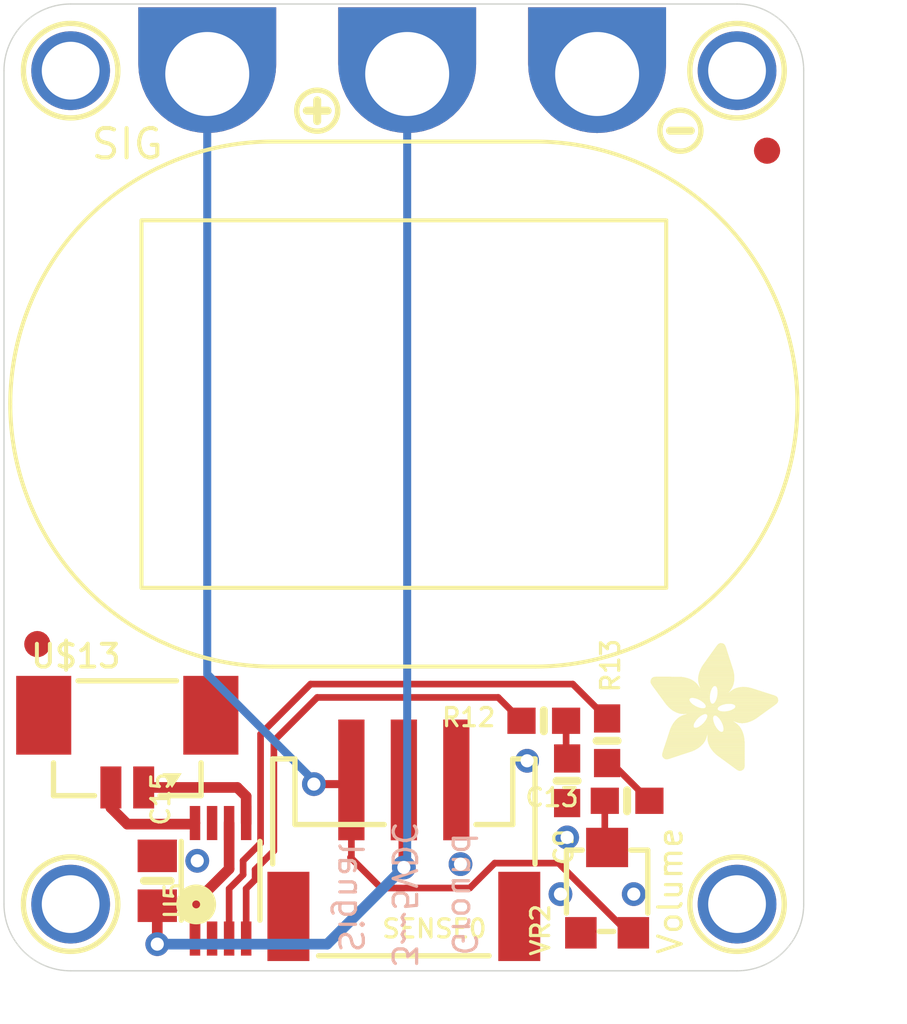
<source format=kicad_pcb>
(kicad_pcb (version 20211014) (generator pcbnew)
  (layers (0 "F.Cu" signal) (31 "B.Cu" signal) (34 "B.Paste" user) (35 "F.Paste" user) (36 "B.SilkS" user "B.Silkscreen") (37 "F.SilkS" user "F.Silkscreen") (38 "B.Mask" user) (39 "F.Mask" user) (44 "Edge.Cuts" user))
  (net 0 "")
  (net 1 "GND")
  (net 2 "SIG")
  (net 3 "N$19")
  (net 4 "N$20")
  (net 5 "N$21")
  (net 6 "N$22")
  (net 7 "N$23")
  (net 8 "SPKR+")
  (net 9 "SPKR-")
  (net 10 "VDD")
  (footprint "boardEagle:SPEAKER_OVAL8OHM" (layer "F.Cu") (at 148.5011 101.8286 180)
    (fp_text reference "U$1" hide)
    (fp_text value "" hide)
  )
  (footprint "boardEagle:0805-NO" (layer "F.Cu") (at 139.1031 119.9896 90)
    (fp_text reference "C15" (at 2.032 0.127 90) (layer "F.SilkS") (effects (font (size 0.692831 0.692831) (thickness 0.119969)) (justify left)))
    (fp_text value "10uF")
    (pad "1" smd rect (at -0.95 0 90) (size 1.24 1.5) (layers "F.Cu" "F.Paste" "F.Mask") (net 10 "VDD"))
    (pad "2" smd rect (at 0.95 0 90) (size 1.24 1.5) (layers "F.Cu" "F.Paste" "F.Mask") (net 1 "GND"))
  )
  (footprint "boardEagle:SYMBOL_PLUS" (layer "F.Cu") (at 145.1991 90.6526)
    (fp_text reference "U$6" hide)
    (fp_text value "" hide)
  )
  (footprint "boardEagle:MOUNTINGHOLE_2.0_PLATED" (layer "F.Cu") (at 161.2011 120.8786)
    (fp_text reference "U$9" hide)
    (fp_text value "MOUNTINGHOLE2.0" hide)
    (pad "P$1" thru_hole circle (at 0 0) (size 3 3) (drill 2.2) (layers *.Cu *.Mask))
  )
  (footprint "boardEagle:FIDUCIAL_1MM" (layer "F.Cu") (at 162.3441 92.1766 90)
    (fp_text reference "FID1" hide)
    (fp_text value "FIDUCIAL_1MM" hide)
    (pad "1" smd roundrect (at 0 0 90) (size 1 1) (layers "F.Cu" "F.Mask") (roundrect_rratio 0.5))
  )
  (footprint "boardEagle:0603-NO" (layer "F.Cu") (at 156.2481 114.6556 90)
    (fp_text reference "R13" (at 1.778 0.127 90) (layer "F.SilkS") (effects (font (size 0.692831 0.692831) (thickness 0.119969)) (justify left)))
    (fp_text value "100")
    (pad "1" smd rect (at -0.85 0 90) (size 1.075 1) (layers "F.Cu" "F.Paste" "F.Mask") (net 6 "N$22"))
    (pad "2" smd rect (at 0.85 0 90) (size 1.075 1) (layers "F.Cu" "F.Paste" "F.Mask") (net 4 "N$20"))
  )
  (footprint "boardEagle:SYMBOL_MINUS" (layer "F.Cu") (at 159.0421 91.4146)
    (fp_text reference "U$5" hide)
    (fp_text value "" hide)
  )
  (footprint "boardEagle:0603-NO" (layer "F.Cu") (at 153.8351 113.8936 180)
    (fp_text reference "R12" (at 1.778 0.127) (layer "F.SilkS") (effects (font (size 0.692831 0.692831) (thickness 0.119969)) (justify right)))
    (fp_text value "100")
    (pad "1" smd rect (at -0.85 0 180) (size 1.075 1) (layers "F.Cu" "F.Paste" "F.Mask") (net 5 "N$21"))
    (pad "2" smd rect (at 0.85 0 180) (size 1.075 1) (layers "F.Cu" "F.Paste" "F.Mask") (net 3 "N$19"))
  )
  (footprint "boardEagle:0603-NO" (layer "F.Cu") (at 157.0101 116.9416 180)
    (fp_text reference "C13" (at 1.778 0.127) (layer "F.SilkS") (effects (font (size 0.692831 0.692831) (thickness 0.119969)) (justify right)))
    (fp_text value "1uF")
    (pad "1" smd rect (at -0.85 0 180) (size 1.075 1) (layers "F.Cu" "F.Paste" "F.Mask") (net 6 "N$22"))
    (pad "2" smd rect (at 0.85 0 180) (size 1.075 1) (layers "F.Cu" "F.Paste" "F.Mask") (net 7 "N$23"))
  )
  (footprint "boardEagle:JSTPH3" (layer "F.Cu") (at 148.5011 118.8466 180)
    (fp_text reference "SENSE0" (at -3.2225 -2.9685) (layer "F.SilkS") (effects (font (size 0.692831 0.692831) (thickness 0.119969)) (justify right)))
    (fp_text value "JST PH 3")
    (pad "1" smd rect (at -2 2.7 180) (size 1 4.6) (layers "F.Cu" "F.Paste" "F.Mask") (net 1 "GND"))
    (pad "2" smd rect (at 0 2.7 180) (size 1 4.6) (layers "F.Cu" "F.Paste" "F.Mask") (net 10 "VDD"))
    (pad "3" smd rect (at 2 2.7 180) (size 1 4.6) (layers "F.Cu" "F.Paste" "F.Mask") (net 2 "SIG"))
    (pad "NC1" smd rect (at -4.4 -2.5 270) (size 3.4 1.6) (layers "F.Cu" "F.Paste" "F.Mask"))
    (pad "NC2" smd rect (at 4.4 -2.5 270) (size 3.4 1.6) (layers "F.Cu" "F.Paste" "F.Mask"))
  )
  (footprint "boardEagle:PCB_ALLI" (layer "F.Cu") (at 141.0081 89.7636)
    (fp_text reference "TP3" hide)
    (fp_text value "SEWTAPPCB_ALLIGATOR" hide)
    (fp_poly (pts (xy 2.6289 -0.886314) (xy 2.609894 -0.572102) (xy 2.552666 -0.259824) (xy 2.458216 0.043278) (xy 2.327919 0.332786) (xy 2.163676 0.604477) (xy 1.967881 0.854391) (xy 1.743391 1.078881) (xy 1.493477 1.274676) (xy 1.221786 1.438919) (xy 0.932278 1.569216) (xy 0.629176 1.663666) (xy 0.316898 1.720894) (xy 0 1.740062) (xy -0.316898 1.720894) (xy -0.629176 1.663666) (xy -0.932278 1.569216) (xy -1.221786 1.438919) (xy -1.493477 1.274676) (xy -1.743391 1.078881) (xy -1.967881 0.854391) (xy -2.163676 0.604477) (xy -2.327919 0.332786) (xy -2.458216 0.043278) (xy -2.552666 -0.259824) (xy -2.609894 -0.572102) (xy -2.6289 -0.886314) (xy -2.6289 -3.0479) (xy 2.6289 -3.0479)) (layer "F.Cu") (width 0) (fill solid))
    (fp_poly (pts (xy 2.6289 -0.886314) (xy 2.609894 -0.572102) (xy 2.552666 -0.259824) (xy 2.458216 0.043278) (xy 2.327919 0.332786) (xy 2.163676 0.604477) (xy 1.967881 0.854391) (xy 1.743391 1.078881) (xy 1.493477 1.274676) (xy 1.221786 1.438919) (xy 0.932278 1.569216) (xy 0.629176 1.663666) (xy 0.316898 1.720894) (xy 0 1.740062) (xy -0.316898 1.720894) (xy -0.629176 1.663666) (xy -0.932278 1.569216) (xy -1.221786 1.438919) (xy -1.493477 1.274676) (xy -1.743391 1.078881) (xy -1.967881 0.854391) (xy -2.163676 0.604477) (xy -2.327919 0.332786) (xy -2.458216 0.043278) (xy -2.552666 -0.259824) (xy -2.609894 -0.572102) (xy -2.6289 -0.886314) (xy -2.6289 -3.0479) (xy 2.6289 -3.0479)) (layer "B.Cu") (width 0) (fill solid))
    (pad "P$1" thru_hole circle (at 0 -0.508) (size 4.216 4.216) (drill 3.2) (layers *.Cu *.Mask) (net 2 "SIG"))
  )
  (footprint "boardEagle:53398-0271" (layer "F.Cu") (at 137.9601 115.1636)
    (fp_text reference "U$13" (at -3.75 -3.73) (layer "F.SilkS") (effects (font (size 0.866038 0.866038) (thickness 0.149962)) (justify left)))
    (fp_text value "CON_MOLEX_2P")
    (pad "1" smd rect (at 0.625 1.27 180) (size 0.8 1.6) (layers "F.Cu" "F.Paste" "F.Mask") (net 8 "SPKR+"))
    (pad "2" smd rect (at -0.625 1.27 180) (size 0.8 1.6) (layers "F.Cu" "F.Paste" "F.Mask") (net 9 "SPKR-"))
    (pad "M1" smd rect (at 3.185 -1.48 270) (size 3 2.1) (layers "F.Cu" "F.Paste" "F.Mask"))
    (pad "M2" smd rect (at -3.185 -1.48 270) (size 3 2.1) (layers "F.Cu" "F.Paste" "F.Mask"))
  )
  (footprint "boardEagle:0603-NO" (layer "F.Cu") (at 154.7241 116.1796 -90)
    (fp_text reference "C9" (at 1.778 0.127 90) (layer "F.SilkS") (effects (font (size 0.692831 0.692831) (thickness 0.119969)) (justify right)))
    (fp_text value "1uF")
    (pad "1" smd rect (at -0.85 0 270) (size 1.075 1) (layers "F.Cu" "F.Paste" "F.Mask") (net 5 "N$21"))
    (pad "2" smd rect (at 0.85 0 270) (size 1.075 1) (layers "F.Cu" "F.Paste" "F.Mask") (net 1 "GND"))
  )
  (footprint "boardEagle:MOUNTINGHOLE_2.0_PLATED" (layer "F.Cu") (at 161.2011 89.1286 90)
    (fp_text reference "U$10" hide)
    (fp_text value "MOUNTINGHOLE2.0" hide)
    (pad "P$1" thru_hole circle (at 0 0 90) (size 3 3) (drill 2.2) (layers *.Cu *.Mask))
  )
  (footprint "boardEagle:PCB_ALLI" (layer "F.Cu") (at 155.8671 89.7636)
    (fp_text reference "TP1" hide)
    (fp_text value "SEWTAPPCB_ALLIGATOR" hide)
    (fp_poly (pts (xy 2.6289 -0.886314) (xy 2.609894 -0.572102) (xy 2.552666 -0.259824) (xy 2.458216 0.043278) (xy 2.327919 0.332786) (xy 2.163676 0.604477) (xy 1.967881 0.854391) (xy 1.743391 1.078881) (xy 1.493477 1.274676) (xy 1.221786 1.438919) (xy 0.932278 1.569216) (xy 0.629176 1.663666) (xy 0.316898 1.720894) (xy 0 1.740062) (xy -0.316898 1.720894) (xy -0.629176 1.663666) (xy -0.932278 1.569216) (xy -1.221786 1.438919) (xy -1.493477 1.274676) (xy -1.743391 1.078881) (xy -1.967881 0.854391) (xy -2.163676 0.604477) (xy -2.327919 0.332786) (xy -2.458216 0.043278) (xy -2.552666 -0.259824) (xy -2.609894 -0.572102) (xy -2.6289 -0.886314) (xy -2.6289 -3.0479) (xy 2.6289 -3.0479)) (layer "F.Cu") (width 0) (fill solid))
    (fp_poly (pts (xy 2.6289 -0.886314) (xy 2.609894 -0.572102) (xy 2.552666 -0.259824) (xy 2.458216 0.043278) (xy 2.327919 0.332786) (xy 2.163676 0.604477) (xy 1.967881 0.854391) (xy 1.743391 1.078881) (xy 1.493477 1.274676) (xy 1.221786 1.438919) (xy 0.932278 1.569216) (xy 0.629176 1.663666) (xy 0.316898 1.720894) (xy 0 1.740062) (xy -0.316898 1.720894) (xy -0.629176 1.663666) (xy -0.932278 1.569216) (xy -1.221786 1.438919) (xy -1.493477 1.274676) (xy -1.743391 1.078881) (xy -1.967881 0.854391) (xy -2.163676 0.604477) (xy -2.327919 0.332786) (xy -2.458216 0.043278) (xy -2.552666 -0.259824) (xy -2.609894 -0.572102) (xy -2.6289 -0.886314) (xy -2.6289 -3.0479) (xy 2.6289 -3.0479)) (layer "B.Cu") (width 0) (fill solid))
    (pad "P$1" thru_hole circle (at 0 -0.508) (size 4.216 4.216) (drill 3.2) (layers *.Cu *.Mask) (net 1 "GND"))
  )
  (footprint "boardEagle:MOUNTINGHOLE_2.0_PLATED" (layer "F.Cu") (at 135.8011 120.8786)
    (fp_text reference "U$12" hide)
    (fp_text value "MOUNTINGHOLE2.0" hide)
    (pad "P$1" thru_hole circle (at 0 0) (size 3 3) (drill 2.2) (layers *.Cu *.Mask))
  )
  (footprint "boardEagle:PCB_ALLI" (layer "F.Cu") (at 148.6281 89.7636)
    (fp_text reference "TP2" hide)
    (fp_text value "SEWTAPPCB_ALLIGATOR" hide)
    (fp_poly (pts (xy 2.6289 -0.886314) (xy 2.609894 -0.572102) (xy 2.552666 -0.259824) (xy 2.458216 0.043278) (xy 2.327919 0.332786) (xy 2.163676 0.604477) (xy 1.967881 0.854391) (xy 1.743391 1.078881) (xy 1.493477 1.274676) (xy 1.221786 1.438919) (xy 0.932278 1.569216) (xy 0.629176 1.663666) (xy 0.316898 1.720894) (xy 0 1.740062) (xy -0.316898 1.720894) (xy -0.629176 1.663666) (xy -0.932278 1.569216) (xy -1.221786 1.438919) (xy -1.493477 1.274676) (xy -1.743391 1.078881) (xy -1.967881 0.854391) (xy -2.163676 0.604477) (xy -2.327919 0.332786) (xy -2.458216 0.043278) (xy -2.552666 -0.259824) (xy -2.609894 -0.572102) (xy -2.6289 -0.886314) (xy -2.6289 -3.0479) (xy 2.6289 -3.0479)) (layer "F.Cu") (width 0) (fill solid))
    (fp_poly (pts (xy 2.6289 -0.886314) (xy 2.609894 -0.572102) (xy 2.552666 -0.259824) (xy 2.458216 0.043278) (xy 2.327919 0.332786) (xy 2.163676 0.604477) (xy 1.967881 0.854391) (xy 1.743391 1.078881) (xy 1.493477 1.274676) (xy 1.221786 1.438919) (xy 0.932278 1.569216) (xy 0.629176 1.663666) (xy 0.316898 1.720894) (xy 0 1.740062) (xy -0.316898 1.720894) (xy -0.629176 1.663666) (xy -0.932278 1.569216) (xy -1.221786 1.438919) (xy -1.493477 1.274676) (xy -1.743391 1.078881) (xy -1.967881 0.854391) (xy -2.163676 0.604477) (xy -2.327919 0.332786) (xy -2.458216 0.043278) (xy -2.552666 -0.259824) (xy -2.609894 -0.572102) (xy -2.6289 -0.886314) (xy -2.6289 -3.0479) (xy 2.6289 -3.0479)) (layer "B.Cu") (width 0) (fill solid))
    (pad "P$1" thru_hole circle (at 0 -0.508) (size 4.216 4.216) (drill 3.2) (layers *.Cu *.Mask) (net 10 "VDD"))
  )
  (footprint "boardEagle:ADAFRUIT_5MM" (layer "F.Cu") (at 157.8991 115.7986)
    (fp_text reference "U$3" hide)
    (fp_text value "" hide)
  )
  (footprint "boardEagle:MOUNTINGHOLE_2.0_PLATED" (layer "F.Cu") (at 135.8011 89.1286 90)
    (fp_text reference "U$11" hide)
    (fp_text value "MOUNTINGHOLE2.0" hide)
    (pad "P$1" thru_hole circle (at 0 0 90) (size 3 3) (drill 2.2) (layers *.Cu *.Mask))
  )
  (footprint "boardEagle:FIDUCIAL_1MM" (layer "F.Cu") (at 134.5311 110.9726 90)
    (fp_text reference "FID2" hide)
    (fp_text value "FIDUCIAL_1MM" hide)
    (pad "1" smd roundrect (at 0 0 90) (size 1 1) (layers "F.Cu" "F.Mask") (roundrect_rratio 0.5))
  )
  (footprint "boardEagle:TRIMPOT_BOURNS_3303W" (layer "F.Cu") (at 156.2481 120.3706)
    (fp_text reference "VR2" (at -2.54 2.54 90) (layer "F.SilkS") (effects (font (size 0.692831 0.692831) (thickness 0.119969)) (justify left)))
    (fp_text value "10K trim")
    (pad "1" smd rect (at -1 1.6 90) (size 1.2 1.2) (layers "F.Cu" "F.Paste" "F.Mask") (net 1 "GND"))
    (pad "2" smd rect (at 0 -1.65) (size 1.6 1.5) (layers "F.Cu" "F.Paste" "F.Mask") (net 7 "N$23"))
    (pad "3" smd rect (at 1 1.6 90) (size 1.2 1.2) (layers "F.Cu" "F.Paste" "F.Mask") (net 2 "SIG"))
  )
  (footprint "boardEagle:MSOP8_0.65MM" (layer "F.Cu") (at 141.5161 119.9896)
    (fp_text reference "U5" (at -1.778 1.524 90) (layer "F.SilkS") (effects (font (size 0.692831 0.692831) (thickness 0.119969)) (justify left)))
    (fp_text value "PAM8302AASCR")
    (pad "1" smd rect (at -0.975 2.2 90) (size 1.3 0.4) (layers "F.Cu" "F.Paste" "F.Mask") (net 10 "VDD"))
    (pad "2" smd rect (at -0.325 2.2 90) (size 1.3 0.4) (layers "F.Cu" "F.Paste" "F.Mask"))
    (pad "3" smd rect (at 0.325 2.2 90) (size 1.3 0.4) (layers "F.Cu" "F.Paste" "F.Mask") (net 4 "N$20"))
    (pad "4" smd rect (at 0.975 2.2 90) (size 1.3 0.4) (layers "F.Cu" "F.Paste" "F.Mask") (net 3 "N$19"))
    (pad "5" smd rect (at 0.975 -2.2 90) (size 1.3 0.4) (layers "F.Cu" "F.Paste" "F.Mask") (net 8 "SPKR+"))
    (pad "6" smd rect (at 0.325 -2.2 90) (size 1.3 0.4) (layers "F.Cu" "F.Paste" "F.Mask") (net 10 "VDD"))
    (pad "7" smd rect (at -0.325 -2.2 90) (size 1.3 0.4) (layers "F.Cu" "F.Paste" "F.Mask") (net 1 "GND"))
    (pad "8" smd rect (at -0.975 -2.2 90) (size 1.3 0.4) (layers "F.Cu" "F.Paste" "F.Mask") (net 9 "SPKR-"))
  )
  (footprint "boardEagle:STEMMA_SPEAKER" (layer "B.Cu") (at 163.7411 123.0376 180)
    (fp_text reference "U$4" hide)
    (fp_text value "" hide)
  )
  (gr_arc (start 163.741099 120.8786) (mid 162.997183 122.674683) (end 161.2011 123.4186) (layer "Edge.Cuts") (width 0.05))
  (gr_line (start 161.2011 86.5886) (end 135.8011 86.5886) (layer "Edge.Cuts") (width 0.05))
  (gr_arc (start 133.2611 89.1286) (mid 134.005049 87.332549) (end 135.8011 86.5886) (layer "Edge.Cuts") (width 0.05))
  (gr_line (start 163.7411 120.8786) (end 163.7411 89.1286) (layer "Edge.Cuts") (width 0.05))
  (gr_line (start 135.8011 123.4186) (end 161.2011 123.4186) (layer "Edge.Cuts") (width 0.05))
  (gr_arc (start 161.2011 86.5886) (mid 162.997151 87.332549) (end 163.7411 89.1286) (layer "Edge.Cuts") (width 0.05))
  (gr_arc (start 135.8011 123.4186) (mid 134.004798 122.674902) (end 133.2611 120.8786) (layer "Edge.Cuts") (width 0.05))
  (gr_line (start 133.2611 89.1286) (end 133.2611 120.8786) (layer "Edge.Cuts") (width 0.05))
  (gr_text "3~~5VDC" (at 148.5011 120.4976 -90) (layer "B.SilkS") (effects (font (size 0.89408 0.89408) (thickness 0.12192)) (justify mirror)))
  (gr_text "Signal" (at 146.4691 120.6246 -90) (layer "B.SilkS") (effects (font (size 0.89408 0.89408) (thickness 0.12192)) (justify mirror)))
  (gr_text "Ground" (at 150.7871 120.4976 -90) (layer "B.SilkS") (effects (font (size 0.89408 0.89408) (thickness 0.12192)) (justify mirror)))
  (gr_text "SIG" (at 137.9601 91.9226) (layer "F.SilkS") (effects (font (size 1.1176 1.1176) (thickness 0.1524))))
  (gr_text "Volume" (at 158.6611 120.3706 90) (layer "F.SilkS") (effects (font (size 0.89408 0.89408) (thickness 0.12192))))
  (via (at 154.7241 118.3386) (size 0.9064) (drill 0.5) (layers "F.Cu" "B.Cu") (net 1))
  (via (at 153.2001 115.4176) (size 0.9064) (drill 0.5) (layers "F.Cu" "B.Cu") (net 1))
  (via (at 154.4701 120.4976) (size 0.9064) (drill 0.5) (layers "F.Cu" "B.Cu") (net 1))
  (via (at 150.6601 119.3546) (size 0.9064) (drill 0.5) (layers "F.Cu" "B.Cu") (net 1))
  (via (at 140.6271 119.2276) (size 0.9064) (drill 0.5) (layers "F.Cu" "B.Cu") (net 1))
  (via (at 157.2641 120.4976) (size 0.9064) (drill 0.5) (layers "F.Cu" "B.Cu") (net 1))
  (segment (start 146.5011 116.3066) (end 146.5011 116.1466) (width 0.254) (layer "F.Cu") (net 2))
  (segment (start 154.3968 119.3164) (end 151.964325 119.3164) (width 0.254) (layer "F.Cu") (net 2))
  (segment (start 151.964325 119.3164) (end 151.015725 120.265) (width 0.254) (layer "F.Cu") (net 2))
  (segment (start 157.051 121.9706) (end 154.3968 119.3164) (width 0.254) (layer "F.Cu") (net 2))
  (segment (start 145.0721 116.3066) (end 146.5011 116.3066) (width 0.3048) (layer "F.Cu") (net 2))
  (segment (start 151.015725 120.265) (end 147.6335 120.265) (width 0.254) (layer "F.Cu") (net 2))
  (segment (start 146.4691 119.1006) (end 146.5011 119.0686) (width 0.254) (layer "F.Cu") (net 2))
  (segment (start 147.6335 120.265) (end 146.4691 119.1006) (width 0.254) (layer "F.Cu") (net 2))
  (segment (start 157.2481 121.9706) (end 157.051 121.9706) (width 0.254) (layer "F.Cu") (net 2))
  (segment (start 146.5011 119.0686) (end 146.5011 116.3066) (width 0.254) (layer "F.Cu") (net 2))
  (via (at 145.0721 116.3066) (size 0.9064) (drill 0.5) (layers "F.Cu" "B.Cu") (net 2))
  (segment (start 141.0081 112.1156) (end 145.1991 116.3066) (width 0.3048) (layer "B.Cu") (net 2))
  (segment (start 145.1991 116.3066) (end 145.0721 116.3066) (width 0.3048) (layer "B.Cu") (net 2))
  (segment (start 141.0081 89.2556) (end 141.0081 112.1156) (width 0.3048) (layer "B.Cu") (net 2))
  (segment (start 143.5481 114.6556) (end 145.1991 113.0046) (width 0.254) (layer "F.Cu") (net 3))
  (segment (start 142.8317 119.563) (end 143.5481 118.8466) (width 0.254) (layer "F.Cu") (net 3))
  (segment (start 142.8317 119.947925) (end 142.8317 119.563) (width 0.254) (layer "F.Cu") (net 3))
  (segment (start 152.9851 113.8936) (end 152.0961 113.0046) (width 0.254) (layer "F.Cu") (net 3))
  (segment (start 142.4911 120.288525) (end 142.8317 119.947925) (width 0.254) (layer "F.Cu") (net 3))
  (segment (start 152.0961 113.0046) (end 145.1991 113.0046) (width 0.254) (layer "F.Cu") (net 3))
  (segment (start 142.4911 122.1896) (end 142.4911 120.288525) (width 0.254) (layer "F.Cu") (net 3))
  (segment (start 143.5481 118.8466) (end 143.5481 114.6556) (width 0.254) (layer "F.Cu") (net 3))
  (segment (start 143.0401 118.557575) (end 143.0401 114.4016) (width 0.254) (layer "F.Cu") (net 4))
  (segment (start 143.0401 118.557575) (end 142.3745 119.223175) (width 0.254) (layer "F.Cu") (net 4))
  (segment (start 143.0401 114.4016) (end 144.9451 112.4966) (width 0.254) (layer "F.Cu") (net 4))
  (segment (start 154.9391 112.4966) (end 156.2481 113.8056) (width 0.254) (layer "F.Cu") (net 4))
  (segment (start 154.9391 112.4966) (end 144.9451 112.4966) (width 0.254) (layer "F.Cu") (net 4))
  (segment (start 142.3745 119.758544) (end 142.3745 119.223175) (width 0.254) (layer "F.Cu") (net 4))
  (segment (start 141.8411 122.1896) (end 141.8411 120.291944) (width 0.254) (layer "F.Cu") (net 4))
  (segment (start 141.8411 120.291944) (end 142.3745 119.758544) (width 0.254) (layer "F.Cu") (net 4))
  (segment (start 154.6851 115.2906) (end 154.7241 115.3296) (width 0.254) (layer "F.Cu") (net 5))
  (segment (start 154.6851 113.8936) (end 154.6851 115.2906) (width 0.254) (layer "F.Cu") (net 5))
  (segment (start 156.4241 115.5056) (end 157.8601 116.9416) (width 0.254) (layer "F.Cu") (net 6))
  (segment (start 156.2481 115.5056) (end 156.4241 115.5056) (width 0.254) (layer "F.Cu") (net 6))
  (segment (start 156.1601 118.6326) (end 156.2481 118.7206) (width 0.254) (layer "F.Cu") (net 7))
  (segment (start 156.1601 116.9416) (end 156.1601 118.6326) (width 0.254) (layer "F.Cu") (net 7))
  (segment (start 138.5851 116.4336) (end 142.1511 116.4336) (width 0.4064) (layer "F.Cu") (net 8))
  (segment (start 142.4911 116.7736) (end 142.4911 117.7896) (width 0.4064) (layer "F.Cu") (net 8))
  (segment (start 142.1511 116.4336) (end 142.4911 116.7736) (width 0.4064) (layer "F.Cu") (net 8))
  (segment (start 140.5001 117.8306) (end 140.5411 117.7896) (width 0.4064) (layer "F.Cu") (net 9))
  (segment (start 137.9601 117.8306) (end 140.5001 117.8306) (width 0.4064) (layer "F.Cu") (net 9))
  (segment (start 137.3351 116.4336) (end 137.3351 117.2056) (width 0.4064) (layer "F.Cu") (net 9))
  (segment (start 137.3351 117.2056) (end 137.9601 117.8306) (width 0.4064) (layer "F.Cu") (net 9))
  (segment (start 140.5411 120.8376) (end 140.5411 122.1896) (width 0.4064) (layer "F.Cu") (net 10))
  (segment (start 139.1031 120.9396) (end 140.4391 120.9396) (width 0.4064) (layer "F.Cu") (net 10))
  (segment (start 140.4391 120.9396) (end 140.5411 120.8376) (width 0.4064) (layer "F.Cu") (net 10))
  (segment (start 148.5011 119.4816) (end 148.5011 116.1466) (width 0.4064) (layer "F.Cu") (net 10))
  (segment (start 141.8411 117.7896) (end 141.8411 119.5376) (width 0.4064) (layer "F.Cu") (net 10))
  (segment (start 139.1031 120.9396) (end 139.1031 122.4026) (width 0.4064) (layer "F.Cu") (net 10))
  (segment (start 141.8411 119.5376) (end 140.5411 120.8376) (width 0.4064) (layer "F.Cu") (net 10))
  (via (at 139.1031 122.4026) (size 0.9064) (drill 0.5) (layers "F.Cu" "B.Cu") (net 10))
  (via (at 148.5011 119.4816) (size 0.9064) (drill 0.5) (layers "F.Cu" "B.Cu") (net 10))
  (segment (start 148.6281 119.3546) (end 148.3741 119.6086) (width 0.3048) (layer "B.Cu") (net 10))
  (segment (start 148.3741 119.6086) (end 148.5011 119.4816) (width 0.4064) (layer "B.Cu") (net 10))
  (segment (start 148.6281 89.2556) (end 148.6281 119.3546) (width 0.3048) (layer "B.Cu") (net 10))
  (segment (start 145.5801 122.4026) (end 148.3741 119.6086) (width 0.4064) (layer "B.Cu") (net 10))
  (segment (start 139.1031 122.4026) (end 145.5801 122.4026) (width 0.4064) (layer "B.Cu") (net 10))
)
</source>
